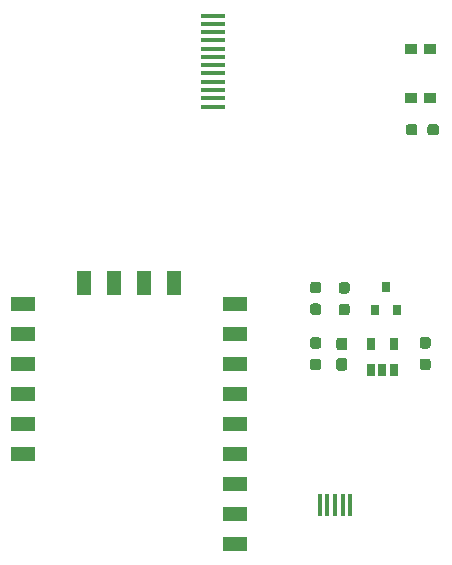
<source format=gtp>
G04 #@! TF.GenerationSoftware,KiCad,Pcbnew,5.1.10-88a1d61d58~90~ubuntu20.04.1*
G04 #@! TF.CreationDate,2021-10-07T18:37:47+08:00*
G04 #@! TF.ProjectId,Ada_Ticker,4164615f-5469-4636-9b65-722e6b696361,rev?*
G04 #@! TF.SameCoordinates,Original*
G04 #@! TF.FileFunction,Paste,Top*
G04 #@! TF.FilePolarity,Positive*
%FSLAX46Y46*%
G04 Gerber Fmt 4.6, Leading zero omitted, Abs format (unit mm)*
G04 Created by KiCad (PCBNEW 5.1.10-88a1d61d58~90~ubuntu20.04.1) date 2021-10-07 18:37:47*
%MOMM*%
%LPD*%
G01*
G04 APERTURE LIST*
%ADD10R,2.000000X0.350000*%
%ADD11R,0.400000X1.850000*%
%ADD12R,1.000000X0.900000*%
%ADD13R,0.650000X1.060000*%
%ADD14R,0.800000X0.900000*%
%ADD15R,1.999996X1.199998*%
%ADD16R,1.199998X1.999996*%
G04 APERTURE END LIST*
D10*
X65953500Y-7226500D03*
X65953500Y-7926500D03*
X65953500Y-8626500D03*
X65953500Y-9326500D03*
X65953500Y-10026500D03*
X65953500Y-10726500D03*
X65953500Y-11426500D03*
X65953500Y-12126500D03*
X65953500Y-12826500D03*
X65953500Y-13526500D03*
X65953500Y-14226500D03*
X65953500Y-14926500D03*
G36*
G01*
X76661000Y-34504000D02*
X77136000Y-34504000D01*
G75*
G02*
X77373500Y-34741500I0J-237500D01*
G01*
X77373500Y-35341500D01*
G75*
G02*
X77136000Y-35579000I-237500J0D01*
G01*
X76661000Y-35579000D01*
G75*
G02*
X76423500Y-35341500I0J237500D01*
G01*
X76423500Y-34741500D01*
G75*
G02*
X76661000Y-34504000I237500J0D01*
G01*
G37*
G36*
G01*
X76661000Y-36229000D02*
X77136000Y-36229000D01*
G75*
G02*
X77373500Y-36466500I0J-237500D01*
G01*
X77373500Y-37066500D01*
G75*
G02*
X77136000Y-37304000I-237500J0D01*
G01*
X76661000Y-37304000D01*
G75*
G02*
X76423500Y-37066500I0J237500D01*
G01*
X76423500Y-36466500D01*
G75*
G02*
X76661000Y-36229000I237500J0D01*
G01*
G37*
D11*
X75027000Y-48704500D03*
X75677000Y-48704500D03*
X76327000Y-48704500D03*
X76977000Y-48704500D03*
X77627000Y-48704500D03*
G36*
G01*
X83709500Y-36279000D02*
X84184500Y-36279000D01*
G75*
G02*
X84422000Y-36516500I0J-237500D01*
G01*
X84422000Y-37016500D01*
G75*
G02*
X84184500Y-37254000I-237500J0D01*
G01*
X83709500Y-37254000D01*
G75*
G02*
X83472000Y-37016500I0J237500D01*
G01*
X83472000Y-36516500D01*
G75*
G02*
X83709500Y-36279000I237500J0D01*
G01*
G37*
G36*
G01*
X83709500Y-34454000D02*
X84184500Y-34454000D01*
G75*
G02*
X84422000Y-34691500I0J-237500D01*
G01*
X84422000Y-35191500D01*
G75*
G02*
X84184500Y-35429000I-237500J0D01*
G01*
X83709500Y-35429000D01*
G75*
G02*
X83472000Y-35191500I0J237500D01*
G01*
X83472000Y-34691500D01*
G75*
G02*
X83709500Y-34454000I237500J0D01*
G01*
G37*
G36*
G01*
X74913500Y-32578500D02*
X74438500Y-32578500D01*
G75*
G02*
X74201000Y-32341000I0J237500D01*
G01*
X74201000Y-31841000D01*
G75*
G02*
X74438500Y-31603500I237500J0D01*
G01*
X74913500Y-31603500D01*
G75*
G02*
X75151000Y-31841000I0J-237500D01*
G01*
X75151000Y-32341000D01*
G75*
G02*
X74913500Y-32578500I-237500J0D01*
G01*
G37*
G36*
G01*
X74913500Y-30753500D02*
X74438500Y-30753500D01*
G75*
G02*
X74201000Y-30516000I0J237500D01*
G01*
X74201000Y-30016000D01*
G75*
G02*
X74438500Y-29778500I237500J0D01*
G01*
X74913500Y-29778500D01*
G75*
G02*
X75151000Y-30016000I0J-237500D01*
G01*
X75151000Y-30516000D01*
G75*
G02*
X74913500Y-30753500I-237500J0D01*
G01*
G37*
G36*
G01*
X74438500Y-36279000D02*
X74913500Y-36279000D01*
G75*
G02*
X75151000Y-36516500I0J-237500D01*
G01*
X75151000Y-37016500D01*
G75*
G02*
X74913500Y-37254000I-237500J0D01*
G01*
X74438500Y-37254000D01*
G75*
G02*
X74201000Y-37016500I0J237500D01*
G01*
X74201000Y-36516500D01*
G75*
G02*
X74438500Y-36279000I237500J0D01*
G01*
G37*
G36*
G01*
X74438500Y-34454000D02*
X74913500Y-34454000D01*
G75*
G02*
X75151000Y-34691500I0J-237500D01*
G01*
X75151000Y-35191500D01*
G75*
G02*
X74913500Y-35429000I-237500J0D01*
G01*
X74438500Y-35429000D01*
G75*
G02*
X74201000Y-35191500I0J237500D01*
G01*
X74201000Y-34691500D01*
G75*
G02*
X74438500Y-34454000I237500J0D01*
G01*
G37*
G36*
G01*
X76851500Y-29802000D02*
X77326500Y-29802000D01*
G75*
G02*
X77564000Y-30039500I0J-237500D01*
G01*
X77564000Y-30539500D01*
G75*
G02*
X77326500Y-30777000I-237500J0D01*
G01*
X76851500Y-30777000D01*
G75*
G02*
X76614000Y-30539500I0J237500D01*
G01*
X76614000Y-30039500D01*
G75*
G02*
X76851500Y-29802000I237500J0D01*
G01*
G37*
G36*
G01*
X76851500Y-31627000D02*
X77326500Y-31627000D01*
G75*
G02*
X77564000Y-31864500I0J-237500D01*
G01*
X77564000Y-32364500D01*
G75*
G02*
X77326500Y-32602000I-237500J0D01*
G01*
X76851500Y-32602000D01*
G75*
G02*
X76614000Y-32364500I0J237500D01*
G01*
X76614000Y-31864500D01*
G75*
G02*
X76851500Y-31627000I237500J0D01*
G01*
G37*
G36*
G01*
X82316500Y-17128500D02*
X82316500Y-16653500D01*
G75*
G02*
X82554000Y-16416000I237500J0D01*
G01*
X83054000Y-16416000D01*
G75*
G02*
X83291500Y-16653500I0J-237500D01*
G01*
X83291500Y-17128500D01*
G75*
G02*
X83054000Y-17366000I-237500J0D01*
G01*
X82554000Y-17366000D01*
G75*
G02*
X82316500Y-17128500I0J237500D01*
G01*
G37*
G36*
G01*
X84141500Y-17128500D02*
X84141500Y-16653500D01*
G75*
G02*
X84379000Y-16416000I237500J0D01*
G01*
X84879000Y-16416000D01*
G75*
G02*
X85116500Y-16653500I0J-237500D01*
G01*
X85116500Y-17128500D01*
G75*
G02*
X84879000Y-17366000I-237500J0D01*
G01*
X84379000Y-17366000D01*
G75*
G02*
X84141500Y-17128500I0J237500D01*
G01*
G37*
D12*
X84366000Y-10078500D03*
X84366000Y-14178500D03*
X82766000Y-10078500D03*
X82766000Y-14178500D03*
D13*
X79375000Y-37211000D03*
X80325000Y-37211000D03*
X81275000Y-37211000D03*
X81275000Y-35011000D03*
X79375000Y-35011000D03*
D14*
X79695000Y-32178500D03*
X81595000Y-32178500D03*
X80645000Y-30178500D03*
D15*
X49864518Y-44386500D03*
X49864518Y-41846500D03*
X49864518Y-39306500D03*
X49864518Y-36766500D03*
X49864518Y-34226500D03*
X49864518Y-31686500D03*
D16*
X55054500Y-29846524D03*
X57594500Y-29846524D03*
X60134500Y-29846524D03*
X62674500Y-29846524D03*
D15*
X67864482Y-31686500D03*
X67864482Y-34226500D03*
X67864482Y-36766500D03*
X67864482Y-39306500D03*
X67864482Y-41846500D03*
X67864482Y-44386500D03*
X67864482Y-52006500D03*
X67864482Y-49466500D03*
X67864482Y-46926500D03*
M02*

</source>
